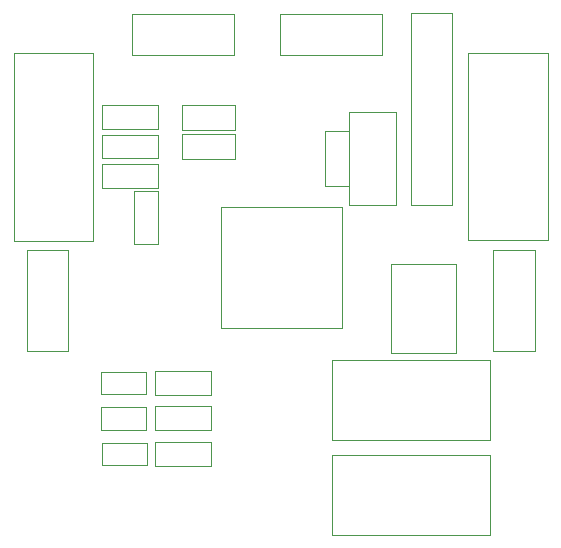
<source format=gbr>
G04 #@! TF.FileFunction,Other,User*
%FSLAX46Y46*%
G04 Gerber Fmt 4.6, Leading zero omitted, Abs format (unit mm)*
G04 Created by KiCad (PCBNEW 4.0.5) date Thu Feb  9 17:30:12 2017*
%MOMM*%
%LPD*%
G01*
G04 APERTURE LIST*
%ADD10C,0.100000*%
%ADD11C,0.050000*%
G04 APERTURE END LIST*
D10*
D11*
X164750000Y-109750000D02*
X159250000Y-109750000D01*
X164750000Y-117250000D02*
X159250000Y-117250000D01*
X164750000Y-109750000D02*
X164750000Y-117250000D01*
X159250000Y-109750000D02*
X159250000Y-117250000D01*
X167610000Y-124630000D02*
X167610000Y-117880000D01*
X167610000Y-117880000D02*
X154260000Y-117880000D01*
X154260000Y-117880000D02*
X154260000Y-124630000D01*
X154260000Y-124630000D02*
X167610000Y-124630000D01*
X153660000Y-103080000D02*
X153660000Y-98480000D01*
X155660000Y-103080000D02*
X155660000Y-98480000D01*
X153660000Y-103080000D02*
X155660000Y-103080000D01*
X153660000Y-98480000D02*
X155660000Y-98480000D01*
X141560000Y-96230000D02*
X146060000Y-96230000D01*
X146060000Y-96230000D02*
X146060000Y-98330000D01*
X146060000Y-98330000D02*
X141560000Y-98330000D01*
X141560000Y-96230000D02*
X141560000Y-98330000D01*
X141575000Y-98730000D02*
X146075000Y-98730000D01*
X146075000Y-98730000D02*
X146075000Y-100830000D01*
X146075000Y-100830000D02*
X141575000Y-100830000D01*
X141575000Y-98730000D02*
X141575000Y-100830000D01*
X139560000Y-103530000D02*
X139560000Y-108030000D01*
X139560000Y-108030000D02*
X137460000Y-108030000D01*
X137460000Y-108030000D02*
X137460000Y-103530000D01*
X139560000Y-103530000D02*
X137460000Y-103530000D01*
X138560000Y-124830000D02*
X138560000Y-126730000D01*
X138560000Y-126730000D02*
X134760000Y-126730000D01*
X134760000Y-126730000D02*
X134760000Y-124830000D01*
X134760000Y-124830000D02*
X138560000Y-124830000D01*
X138510980Y-118830000D02*
X138510980Y-120730000D01*
X138510980Y-120730000D02*
X134710980Y-120730000D01*
X134710980Y-120730000D02*
X134710980Y-118830000D01*
X134710980Y-118830000D02*
X138510980Y-118830000D01*
X138510980Y-121830000D02*
X138510980Y-123730000D01*
X138510980Y-123730000D02*
X134710980Y-123730000D01*
X134710980Y-123730000D02*
X134710980Y-121830000D01*
X134710980Y-121830000D02*
X138510980Y-121830000D01*
X127310000Y-107730000D02*
X134060000Y-107730000D01*
X134060000Y-107730000D02*
X134060000Y-91880000D01*
X134060000Y-91880000D02*
X127310000Y-91880000D01*
X127310000Y-91880000D02*
X127310000Y-107730000D01*
X128410000Y-108490000D02*
X128410000Y-117090000D01*
X131910000Y-108490000D02*
X131910000Y-117090000D01*
X128410000Y-108490000D02*
X131910000Y-108490000D01*
X128410000Y-117090000D02*
X131910000Y-117090000D01*
X172510000Y-91830000D02*
X165760000Y-91830000D01*
X165760000Y-91830000D02*
X165760000Y-107680000D01*
X165760000Y-107680000D02*
X172510000Y-107680000D01*
X172510000Y-107680000D02*
X172510000Y-91830000D01*
X167910000Y-108490000D02*
X167910000Y-117090000D01*
X171410000Y-108490000D02*
X171410000Y-117090000D01*
X167910000Y-108490000D02*
X171410000Y-108490000D01*
X167910000Y-117090000D02*
X171410000Y-117090000D01*
X160910000Y-88490000D02*
X160910000Y-104690000D01*
X164410000Y-88490000D02*
X164410000Y-104690000D01*
X160910000Y-88490000D02*
X164410000Y-88490000D01*
X160910000Y-104690000D02*
X164410000Y-104690000D01*
X167610000Y-132630000D02*
X167610000Y-125880000D01*
X167610000Y-125880000D02*
X154260000Y-125880000D01*
X154260000Y-125880000D02*
X154260000Y-132630000D01*
X154260000Y-132630000D02*
X167610000Y-132630000D01*
X137370000Y-92030000D02*
X145970000Y-92030000D01*
X137370000Y-88530000D02*
X145970000Y-88530000D01*
X137370000Y-92030000D02*
X137370000Y-88530000D01*
X145970000Y-92030000D02*
X145970000Y-88530000D01*
X149870000Y-92030000D02*
X158470000Y-92030000D01*
X149870000Y-88530000D02*
X158470000Y-88530000D01*
X149870000Y-92030000D02*
X149870000Y-88530000D01*
X158470000Y-92030000D02*
X158470000Y-88530000D01*
X139560000Y-98280000D02*
X134760000Y-98280000D01*
X139560000Y-96280000D02*
X134760000Y-96280000D01*
X139560000Y-98280000D02*
X139560000Y-96280000D01*
X134760000Y-98280000D02*
X134760000Y-96280000D01*
X139560000Y-100780000D02*
X134760000Y-100780000D01*
X139560000Y-98780000D02*
X134760000Y-98780000D01*
X139560000Y-100780000D02*
X139560000Y-98780000D01*
X134760000Y-100780000D02*
X134760000Y-98780000D01*
X139560000Y-103280000D02*
X134760000Y-103280000D01*
X139560000Y-101280000D02*
X134760000Y-101280000D01*
X139560000Y-103280000D02*
X139560000Y-101280000D01*
X134760000Y-103280000D02*
X134760000Y-101280000D01*
X144060000Y-126780000D02*
X139260000Y-126780000D01*
X144060000Y-124780000D02*
X139260000Y-124780000D01*
X144060000Y-126780000D02*
X144060000Y-124780000D01*
X139260000Y-126780000D02*
X139260000Y-124780000D01*
X144060000Y-120780000D02*
X139260000Y-120780000D01*
X144060000Y-118780000D02*
X139260000Y-118780000D01*
X144060000Y-120780000D02*
X144060000Y-118780000D01*
X139260000Y-120780000D02*
X139260000Y-118780000D01*
X144060000Y-123780000D02*
X139260000Y-123780000D01*
X144060000Y-121780000D02*
X139260000Y-121780000D01*
X144060000Y-123780000D02*
X144060000Y-121780000D01*
X139260000Y-123780000D02*
X139260000Y-121780000D01*
X155660000Y-104730000D02*
X155660000Y-96830000D01*
X155660000Y-96830000D02*
X159660000Y-96830000D01*
X159660000Y-96830000D02*
X159660000Y-104730000D01*
X159660000Y-104730000D02*
X155660000Y-104730000D01*
X144900000Y-104900000D02*
X144900000Y-115100000D01*
X155100000Y-104900000D02*
X155100000Y-115100000D01*
X144900000Y-104900000D02*
X155100000Y-104900000D01*
X144900000Y-115100000D02*
X155100000Y-115100000D01*
M02*

</source>
